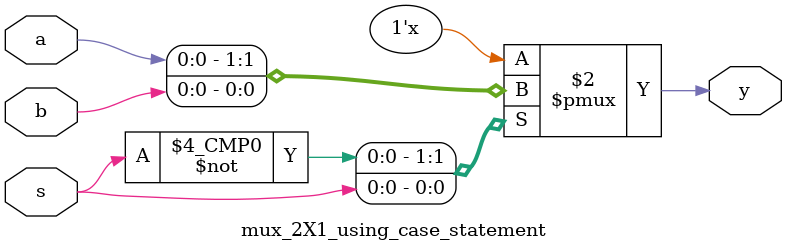
<source format=v>
`timescale 1ns / 1ps
module mux_2X1_using_case_statement(y,a,b,s);
input a,b,s;
output reg y;
always @(a,b,s)
case(s)
1'b0 : y=a;
1'b1 : y=b;
default : y=0; //optional
endcase
endmodule

</source>
